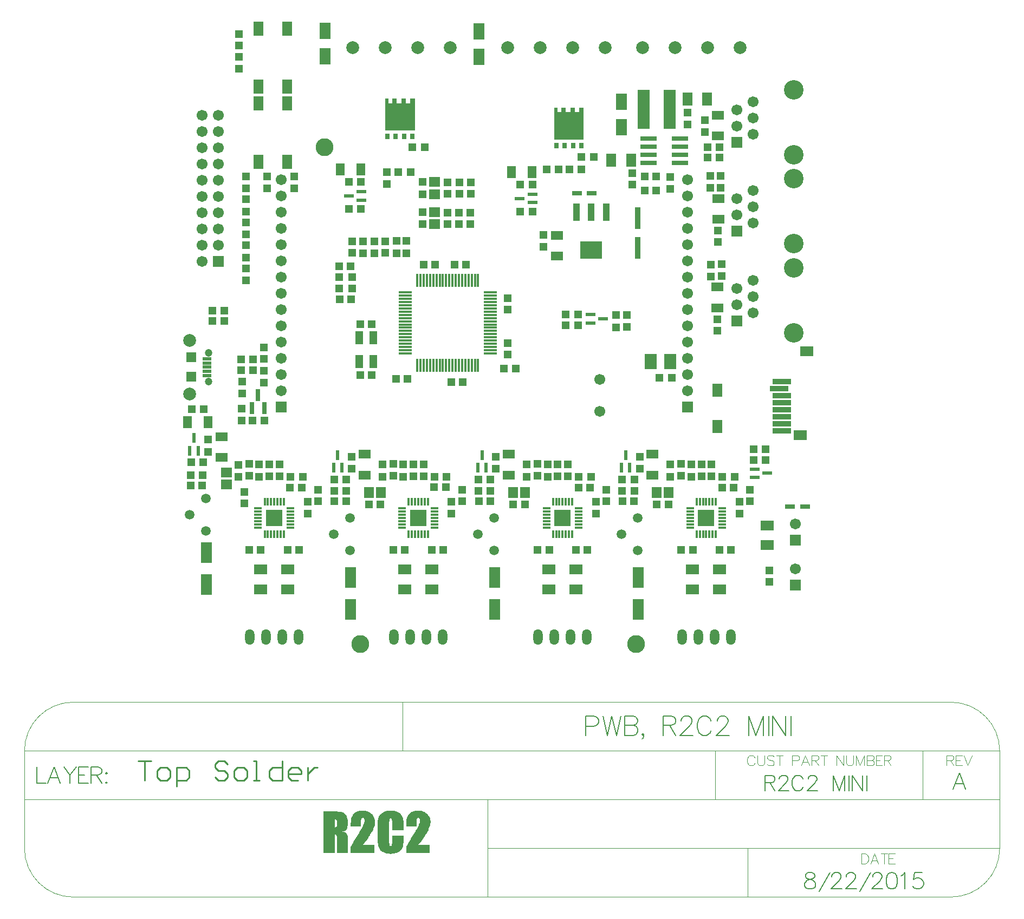
<source format=gts>
%FSLAX44Y44*%
%MOMM*%
G71*
G01*
G75*
G04 Layer_Color=8388736*
%ADD10C,0.2000*%
%ADD11R,1.5000X1.5000*%
%ADD12R,1.3500X0.4000*%
%ADD13R,1.2000X2.0000*%
%ADD14R,2.0500X0.2500*%
%ADD15R,0.2500X2.0500*%
%ADD16R,1.7500X2.2500*%
%ADD17R,1.4000X2.1000*%
%ADD18R,0.7000X0.8000*%
%ADD19C,0.1000*%
%ADD20R,1.5000X0.5000*%
%ADD21R,0.6000X1.8000*%
%ADD22R,3.3000X2.7000*%
%ADD23R,1.0000X2.7000*%
%ADD24R,2.5000X0.7000*%
%ADD25R,1.4500X0.5500*%
%ADD26R,1.7000X2.5000*%
%ADD27R,1.9000X1.5000*%
%ADD28R,1.1000X1.1000*%
%ADD29R,2.5000X2.5000*%
%ADD30R,0.2500X1.1500*%
%ADD31R,1.1500X0.2500*%
%ADD32R,1.8500X1.2500*%
%ADD33R,1.7500X6.0000*%
%ADD34R,1.2000X1.1000*%
%ADD35R,1.5000X1.9000*%
%ADD36R,1.6000X1.5000*%
%ADD37R,0.8500X3.3500*%
%ADD38R,1.6000X3.2000*%
%ADD39R,1.4000X1.9000*%
%ADD40R,1.9000X1.4000*%
%ADD41R,2.9000X0.8000*%
%ADD42R,1.1000X1.1000*%
%ADD43R,1.1000X1.2000*%
%ADD44R,1.2500X1.8500*%
%ADD45R,0.5000X1.5000*%
%ADD46R,1.5000X1.6000*%
%ADD47C,0.9000*%
%ADD48C,0.8000*%
%ADD49C,0.5000*%
%ADD50C,0.2500*%
%ADD51C,0.1500*%
%ADD52C,0.7500*%
%ADD53C,0.3000*%
%ADD54C,0.2540*%
%ADD55C,0.0254*%
%ADD56C,0.1905*%
%ADD57C,0.1194*%
%ADD58C,1.1000*%
%ADD59C,1.9000*%
%ADD60C,1.4000*%
%ADD61O,1.3500X2.3500*%
%ADD62C,1.6000*%
%ADD63C,2.9500*%
%ADD64R,1.6000X1.6000*%
%ADD65C,0.5500*%
%ADD66R,3.3000X1.1000*%
%ADD67R,9.0000X3.0000*%
%ADD68C,0.6000*%
%ADD69C,0.1778*%
%ADD70C,0.2032*%
%ADD71C,0.4000*%
%ADD72R,2.4000X0.5500*%
%ADD73R,2.4000X0.5500*%
%ADD74R,1.6016X1.6016*%
%ADD75R,1.4516X0.5016*%
%ADD76R,1.3016X2.1016*%
%ADD77R,2.1516X0.3516*%
%ADD78R,0.3516X2.1516*%
%ADD79R,1.8516X2.3516*%
%ADD80R,1.5016X2.2016*%
%ADD81R,0.8016X0.9016*%
%ADD82C,0.2016*%
%ADD83R,1.6016X0.6016*%
%ADD84R,0.7016X1.9016*%
%ADD85R,3.4016X2.8016*%
%ADD86R,1.1016X2.8016*%
%ADD87R,2.6016X0.8016*%
%ADD88R,1.5516X0.6516*%
%ADD89R,1.8016X2.6016*%
%ADD90R,2.0016X1.6016*%
%ADD91R,1.2016X1.2016*%
%ADD92R,2.6016X2.6016*%
%ADD93R,0.3516X1.2516*%
%ADD94R,1.2516X0.3516*%
%ADD95R,1.9516X1.3516*%
%ADD96R,1.8516X6.1016*%
%ADD97R,1.3016X1.2016*%
%ADD98R,1.6016X2.0016*%
%ADD99R,1.7016X1.6016*%
%ADD100R,0.9516X3.4516*%
%ADD101R,1.7016X3.3016*%
%ADD102R,1.5016X2.0016*%
%ADD103R,2.0016X1.5016*%
%ADD104R,3.0016X0.9016*%
%ADD105R,1.2016X1.2016*%
%ADD106R,1.2016X1.3016*%
%ADD107R,1.3516X1.9516*%
%ADD108R,0.6016X1.6016*%
%ADD109R,1.6016X1.7016*%
%ADD110C,2.8000*%
%ADD111C,1.2016*%
%ADD112C,2.0016*%
%ADD113C,1.5016*%
%ADD114O,1.4516X2.4516*%
%ADD115C,1.7016*%
%ADD116C,3.0516*%
%ADD117R,1.7016X1.7016*%
%ADD118C,0.1016*%
%ADD119C,0.6516*%
G36*
X1823220Y1711300D02*
X1777220D01*
Y1761300D01*
X1782220D01*
Y1754300D01*
X1788220D01*
X1788220Y1761300D01*
X1795220D01*
Y1754300D01*
X1802220Y1754300D01*
X1802220Y1761300D01*
X1809220D01*
Y1754300D01*
X1816220Y1754300D01*
Y1761300D01*
X1823220D01*
Y1711300D01*
D02*
G37*
G36*
X1559220Y1725300D02*
X1513220D01*
Y1775300D01*
X1518220D01*
Y1768300D01*
X1524220D01*
X1524220Y1775300D01*
X1531220D01*
Y1768300D01*
X1538220Y1768300D01*
X1538220Y1775300D01*
X1545220D01*
Y1768300D01*
X1552220Y1768300D01*
Y1775300D01*
X1559220D01*
Y1725300D01*
D02*
G37*
G36*
X1478806Y661497D02*
X1479639Y661404D01*
X1480565Y661312D01*
X1481676Y661219D01*
X1482787Y660941D01*
X1485194Y660386D01*
X1487694Y659460D01*
X1488898Y658905D01*
X1490009Y658257D01*
X1491120Y657516D01*
X1492138Y656590D01*
X1492231Y656497D01*
X1492323Y656405D01*
X1492601Y656127D01*
X1492971Y655757D01*
X1493342Y655201D01*
X1493712Y654646D01*
X1494175Y653998D01*
X1494731Y653257D01*
X1495656Y651405D01*
X1496397Y649369D01*
X1497045Y646962D01*
X1497138Y645665D01*
X1497230Y644277D01*
Y644184D01*
Y643999D01*
Y643721D01*
Y643258D01*
X1497138Y642795D01*
X1497045Y642147D01*
X1496860Y640666D01*
X1496582Y638907D01*
X1496027Y636870D01*
X1495379Y634740D01*
X1494453Y632426D01*
Y632333D01*
X1494268Y632148D01*
X1494082Y631778D01*
X1493805Y631130D01*
X1493434Y630389D01*
X1492879Y629463D01*
X1492231Y628352D01*
X1491398Y627056D01*
X1490472Y625482D01*
X1489361Y623631D01*
X1488065Y621686D01*
X1486491Y619372D01*
X1484824Y616872D01*
X1482972Y614095D01*
X1480843Y611039D01*
X1478436Y607706D01*
X1495842D01*
Y595300D01*
X1459271D01*
Y605392D01*
X1459364Y605484D01*
X1459456Y605670D01*
X1459642Y606040D01*
X1459919Y606503D01*
X1460290Y607058D01*
X1460753Y607799D01*
X1461215Y608540D01*
X1461771Y609465D01*
X1462975Y611502D01*
X1464363Y613724D01*
X1465845Y616224D01*
X1467419Y618816D01*
X1470566Y624186D01*
X1472140Y626778D01*
X1473622Y629278D01*
X1474918Y631593D01*
X1476121Y633629D01*
X1476584Y634555D01*
X1477047Y635389D01*
X1477417Y636037D01*
X1477695Y636685D01*
Y636777D01*
X1477788Y636963D01*
X1477973Y637240D01*
X1478158Y637703D01*
X1478621Y638722D01*
X1479176Y640018D01*
X1479732Y641499D01*
X1480195Y643073D01*
X1480565Y644554D01*
X1480658Y645851D01*
Y645943D01*
Y646221D01*
Y646684D01*
X1480565Y647147D01*
X1480380Y648258D01*
X1480195Y648721D01*
X1479917Y649184D01*
Y649276D01*
X1479825Y649369D01*
X1479454Y649739D01*
X1478806Y650017D01*
X1478343Y650202D01*
X1477695D01*
X1477140Y650017D01*
X1476492Y649739D01*
X1476121Y649369D01*
X1475844Y648998D01*
Y648906D01*
X1475751Y648813D01*
X1475658Y648443D01*
X1475566Y647980D01*
X1475381Y647332D01*
X1475288Y646406D01*
X1475195Y645295D01*
Y643999D01*
Y637148D01*
X1459271D01*
Y640295D01*
Y640388D01*
Y640573D01*
Y640851D01*
Y641221D01*
Y642147D01*
X1459364Y643443D01*
Y644740D01*
X1459549Y646221D01*
X1459642Y647610D01*
X1459827Y648813D01*
Y648998D01*
X1459919Y649369D01*
X1460104Y650017D01*
X1460382Y650757D01*
X1460753Y651776D01*
X1461215Y652794D01*
X1461864Y653905D01*
X1462604Y655109D01*
X1462697Y655294D01*
X1463067Y655664D01*
X1463530Y656220D01*
X1464178Y656868D01*
X1465104Y657701D01*
X1466122Y658442D01*
X1467233Y659275D01*
X1468530Y659923D01*
X1468715Y660016D01*
X1469178Y660201D01*
X1470011Y660479D01*
X1471029Y660756D01*
X1472325Y661034D01*
X1473807Y661312D01*
X1475381Y661497D01*
X1477232Y661590D01*
X1478158D01*
X1478806Y661497D01*
D02*
G37*
G36*
X1432700Y660293D02*
X1435107D01*
X1437792Y660108D01*
X1440477Y659923D01*
X1441773Y659830D01*
X1442884Y659738D01*
X1443902Y659553D01*
X1444828Y659368D01*
X1445013D01*
X1445569Y659183D01*
X1446310Y658905D01*
X1447328Y658442D01*
X1448439Y657794D01*
X1449643Y656868D01*
X1450846Y655850D01*
X1451957Y654461D01*
X1452050Y654276D01*
X1452235Y654090D01*
X1452420Y653720D01*
X1452605Y653350D01*
X1452883Y652794D01*
X1453068Y652146D01*
X1453346Y651498D01*
X1453624Y650665D01*
X1453901Y649832D01*
X1454087Y648813D01*
X1454272Y647702D01*
X1454457Y646499D01*
X1454642Y645202D01*
X1454735Y643814D01*
Y642332D01*
Y642240D01*
Y641962D01*
Y641592D01*
Y641129D01*
X1454642Y640481D01*
Y639740D01*
X1454457Y638166D01*
X1454179Y636407D01*
X1453809Y634648D01*
X1453346Y633074D01*
X1452976Y632333D01*
X1452605Y631778D01*
X1452513Y631685D01*
X1452235Y631315D01*
X1451679Y630852D01*
X1450939Y630389D01*
X1450013Y629834D01*
X1448809Y629371D01*
X1447328Y629093D01*
X1445569Y628908D01*
X1445754D01*
X1446310Y628815D01*
X1447143Y628723D01*
X1448069Y628537D01*
X1449087Y628260D01*
X1450198Y627797D01*
X1451124Y627241D01*
X1451957Y626501D01*
X1452050Y626408D01*
X1452235Y626130D01*
X1452605Y625667D01*
X1452976Y625205D01*
X1453716Y623816D01*
X1454087Y623168D01*
X1454272Y622427D01*
Y622334D01*
X1454364Y622057D01*
X1454457Y621501D01*
X1454550Y620575D01*
Y620020D01*
Y619372D01*
X1454642Y618539D01*
Y617705D01*
X1454735Y616687D01*
Y615576D01*
Y614280D01*
Y612891D01*
Y595300D01*
X1437699D01*
Y617242D01*
Y617335D01*
Y617427D01*
Y617983D01*
Y618816D01*
X1437607Y619742D01*
X1437514Y620760D01*
X1437422Y621686D01*
X1437236Y622427D01*
X1437051Y622982D01*
Y623075D01*
X1436959Y623168D01*
X1436774Y623353D01*
X1436496Y623538D01*
X1436125Y623723D01*
X1435663Y623816D01*
X1435107Y624001D01*
X1434366D01*
Y595300D01*
X1416220D01*
Y660386D01*
X1431589D01*
X1432700Y660293D01*
D02*
G37*
G36*
X1565464Y661497D02*
X1566297Y661404D01*
X1567223Y661312D01*
X1568334Y661219D01*
X1569445Y660941D01*
X1571852Y660386D01*
X1574352Y659460D01*
X1575555Y658905D01*
X1576666Y658257D01*
X1577777Y657516D01*
X1578796Y656590D01*
X1578888Y656497D01*
X1578981Y656405D01*
X1579259Y656127D01*
X1579629Y655757D01*
X1579999Y655201D01*
X1580370Y654646D01*
X1580833Y653998D01*
X1581388Y653257D01*
X1582314Y651405D01*
X1583055Y649369D01*
X1583703Y646962D01*
X1583795Y645665D01*
X1583888Y644277D01*
Y644184D01*
Y643999D01*
Y643721D01*
Y643258D01*
X1583795Y642795D01*
X1583703Y642147D01*
X1583518Y640666D01*
X1583240Y638907D01*
X1582684Y636870D01*
X1582036Y634740D01*
X1581110Y632426D01*
Y632333D01*
X1580925Y632148D01*
X1580740Y631778D01*
X1580462Y631130D01*
X1580092Y630389D01*
X1579536Y629463D01*
X1578888Y628352D01*
X1578055Y627056D01*
X1577129Y625482D01*
X1576018Y623631D01*
X1574722Y621686D01*
X1573148Y619372D01*
X1571482Y616872D01*
X1569630Y614095D01*
X1567501Y611039D01*
X1565094Y607706D01*
X1582499D01*
Y595300D01*
X1545929D01*
Y605392D01*
X1546022Y605484D01*
X1546114Y605670D01*
X1546299Y606040D01*
X1546577Y606503D01*
X1546947Y607058D01*
X1547410Y607799D01*
X1547873Y608540D01*
X1548429Y609465D01*
X1549632Y611502D01*
X1551021Y613724D01*
X1552502Y616224D01*
X1554076Y618816D01*
X1557224Y624186D01*
X1558798Y626778D01*
X1560279Y629278D01*
X1561575Y631593D01*
X1562779Y633629D01*
X1563242Y634555D01*
X1563705Y635389D01*
X1564075Y636037D01*
X1564353Y636685D01*
Y636777D01*
X1564445Y636963D01*
X1564631Y637240D01*
X1564816Y637703D01*
X1565279Y638722D01*
X1565834Y640018D01*
X1566390Y641499D01*
X1566853Y643073D01*
X1567223Y644554D01*
X1567316Y645851D01*
Y645943D01*
Y646221D01*
Y646684D01*
X1567223Y647147D01*
X1567038Y648258D01*
X1566853Y648721D01*
X1566575Y649184D01*
Y649276D01*
X1566482Y649369D01*
X1566112Y649739D01*
X1565464Y650017D01*
X1565001Y650202D01*
X1564353D01*
X1563797Y650017D01*
X1563149Y649739D01*
X1562779Y649369D01*
X1562501Y648998D01*
Y648906D01*
X1562409Y648813D01*
X1562316Y648443D01*
X1562224Y647980D01*
X1562038Y647332D01*
X1561946Y646406D01*
X1561853Y645295D01*
Y643999D01*
Y637148D01*
X1545929D01*
Y640295D01*
Y640388D01*
Y640573D01*
Y640851D01*
Y641221D01*
Y642147D01*
X1546022Y643443D01*
Y644740D01*
X1546207Y646221D01*
X1546299Y647610D01*
X1546484Y648813D01*
Y648998D01*
X1546577Y649369D01*
X1546762Y650017D01*
X1547040Y650757D01*
X1547410Y651776D01*
X1547873Y652794D01*
X1548521Y653905D01*
X1549262Y655109D01*
X1549355Y655294D01*
X1549725Y655664D01*
X1550188Y656220D01*
X1550836Y656868D01*
X1551762Y657701D01*
X1552780Y658442D01*
X1553891Y659275D01*
X1555187Y659923D01*
X1555372Y660016D01*
X1555835Y660201D01*
X1556669Y660479D01*
X1557687Y660756D01*
X1558983Y661034D01*
X1560464Y661312D01*
X1562038Y661497D01*
X1563890Y661590D01*
X1564816D01*
X1565464Y661497D01*
D02*
G37*
G36*
X1523154Y661682D02*
X1523987Y661590D01*
X1525653Y661404D01*
X1527690Y661034D01*
X1529727Y660571D01*
X1531856Y659830D01*
X1533801Y658812D01*
X1533893D01*
X1533986Y658719D01*
X1534634Y658257D01*
X1535467Y657608D01*
X1536485Y656775D01*
X1537596Y655664D01*
X1538707Y654461D01*
X1539633Y652979D01*
X1540374Y651405D01*
Y651313D01*
X1540466Y651220D01*
X1540559Y650943D01*
X1540652Y650572D01*
X1540744Y650109D01*
X1540837Y649554D01*
X1541022Y648906D01*
X1541207Y648073D01*
X1541300Y647239D01*
X1541485Y646221D01*
X1541577Y645110D01*
X1541670Y643906D01*
X1541763Y642610D01*
X1541855Y641221D01*
X1541948Y639740D01*
Y638074D01*
Y631222D01*
X1523802D01*
Y643073D01*
Y643166D01*
Y643258D01*
Y643814D01*
Y644554D01*
X1523709Y645480D01*
Y646406D01*
X1523616Y647332D01*
X1523524Y648073D01*
X1523339Y648535D01*
X1523246Y648721D01*
X1522968Y648998D01*
X1522505Y649276D01*
X1521672Y649461D01*
X1521394D01*
X1520839Y649369D01*
X1520191Y648998D01*
X1519913Y648721D01*
X1519728Y648350D01*
Y648258D01*
X1519635Y648073D01*
Y647795D01*
X1519543Y647239D01*
X1519450Y646406D01*
Y645388D01*
X1519358Y644091D01*
Y642517D01*
Y612984D01*
Y612891D01*
Y612798D01*
Y612243D01*
Y611502D01*
X1519450Y610576D01*
Y609650D01*
X1519543Y608725D01*
X1519635Y607892D01*
X1519728Y607336D01*
X1519821Y607151D01*
X1520098Y606873D01*
X1520746Y606503D01*
X1521117Y606410D01*
X1521580Y606318D01*
X1521765D01*
X1522320Y606503D01*
X1522876Y606781D01*
X1523154Y607058D01*
X1523339Y607429D01*
Y607521D01*
X1523431Y607706D01*
X1523524Y608077D01*
X1523616Y608632D01*
Y609465D01*
X1523709Y610484D01*
X1523802Y611872D01*
Y612706D01*
Y613632D01*
Y622427D01*
X1541948D01*
Y619187D01*
Y619094D01*
Y618724D01*
Y618261D01*
Y617520D01*
Y616779D01*
X1541855Y615761D01*
Y614743D01*
X1541763Y613632D01*
X1541577Y611317D01*
X1541300Y608910D01*
X1540929Y606688D01*
X1540744Y605762D01*
X1540466Y604836D01*
Y604744D01*
X1540374Y604651D01*
X1540189Y604096D01*
X1539726Y603262D01*
X1539078Y602244D01*
X1538244Y601040D01*
X1537133Y599837D01*
X1535745Y598541D01*
X1533986Y597244D01*
X1533893D01*
X1533801Y597152D01*
X1533523Y596967D01*
X1533060Y596782D01*
X1532597Y596504D01*
X1532041Y596226D01*
X1531393Y595948D01*
X1530560Y595671D01*
X1528801Y595022D01*
X1526764Y594560D01*
X1524357Y594189D01*
X1521765Y594004D01*
X1520561D01*
X1519913Y594097D01*
X1519172Y594189D01*
X1517413Y594374D01*
X1515376Y594652D01*
X1513340Y595115D01*
X1511210Y595763D01*
X1509266Y596689D01*
X1509173D01*
X1509081Y596782D01*
X1508433Y597244D01*
X1507599Y597800D01*
X1506581Y598726D01*
X1505563Y599744D01*
X1504452Y601040D01*
X1503526Y602614D01*
X1502785Y604281D01*
Y604373D01*
X1502693Y604558D01*
X1502600Y604836D01*
X1502507Y605207D01*
X1502415Y605670D01*
X1502322Y606318D01*
X1502137Y607058D01*
X1502045Y607892D01*
X1501859Y608910D01*
X1501674Y609928D01*
X1501582Y611132D01*
X1501489Y612428D01*
X1501396Y613817D01*
X1501304Y615391D01*
X1501211Y616965D01*
Y618724D01*
Y637240D01*
Y637333D01*
Y637518D01*
Y637888D01*
Y638351D01*
Y638999D01*
Y639647D01*
X1501304Y641129D01*
Y642888D01*
X1501396Y644554D01*
X1501489Y646221D01*
X1501674Y647702D01*
Y647887D01*
X1501767Y648350D01*
X1501952Y648998D01*
X1502230Y649924D01*
X1502600Y650943D01*
X1503063Y652054D01*
X1503711Y653350D01*
X1504544Y654553D01*
X1504637Y654738D01*
X1505007Y655109D01*
X1505563Y655757D01*
X1506303Y656497D01*
X1507322Y657331D01*
X1508525Y658164D01*
X1509821Y659090D01*
X1511395Y659830D01*
X1511488D01*
X1511581Y659923D01*
X1511858Y660016D01*
X1512136Y660108D01*
X1513062Y660479D01*
X1514265Y660849D01*
X1515747Y661127D01*
X1517413Y661497D01*
X1519265Y661682D01*
X1521302Y661775D01*
X1522598D01*
X1523154Y661682D01*
D02*
G37*
%LPC*%
G36*
X1434366Y647980D02*
Y635481D01*
X1434922D01*
X1435292Y635574D01*
X1436033Y635759D01*
X1436774Y636037D01*
X1436959Y636222D01*
X1437051Y636407D01*
X1437236Y636777D01*
X1437422Y637333D01*
X1437514Y638074D01*
X1437699Y639092D01*
Y640388D01*
Y643906D01*
Y643999D01*
Y644369D01*
Y644740D01*
X1437607Y645295D01*
X1437329Y646406D01*
X1437144Y646869D01*
X1436866Y647239D01*
X1436681Y647332D01*
X1436218Y647610D01*
X1435477Y647887D01*
X1434366Y647980D01*
D02*
G37*
%LPD*%
D54*
X1126970Y739041D02*
X1146964D01*
X1136967D01*
Y709050D01*
X1161959D02*
X1171955D01*
X1176954Y714049D01*
Y724045D01*
X1171955Y729044D01*
X1161959D01*
X1156960Y724045D01*
Y714049D01*
X1161959Y709050D01*
X1186951Y699053D02*
Y729044D01*
X1201946D01*
X1206944Y724045D01*
Y714049D01*
X1201946Y709050D01*
X1186951D01*
X1266925Y734042D02*
X1261926Y739041D01*
X1251930D01*
X1246931Y734042D01*
Y729044D01*
X1251930Y724045D01*
X1261926D01*
X1266925Y719047D01*
Y714049D01*
X1261926Y709050D01*
X1251930D01*
X1246931Y714049D01*
X1281920Y709050D02*
X1291917D01*
X1296915Y714049D01*
Y724045D01*
X1291917Y729044D01*
X1281920D01*
X1276922Y724045D01*
Y714049D01*
X1281920Y709050D01*
X1306912D02*
X1316909D01*
X1311910D01*
Y739041D01*
X1306912D01*
X1351897D02*
Y709050D01*
X1336902D01*
X1331904Y714049D01*
Y724045D01*
X1336902Y729044D01*
X1351897D01*
X1376889Y709050D02*
X1366892D01*
X1361894Y714049D01*
Y724045D01*
X1366892Y729044D01*
X1376889D01*
X1381888Y724045D01*
Y719047D01*
X1361894D01*
X1391884Y729044D02*
Y709050D01*
Y719047D01*
X1396883Y724045D01*
X1401881Y729044D01*
X1406879D01*
D55*
X949335Y602598D02*
G03*
X1025535Y526398I76200J0D01*
G01*
Y831198D02*
G03*
X949335Y754998I0J-76200D01*
G01*
X2473335D02*
G03*
X2397135Y831198I-76200J0D01*
G01*
Y526398D02*
G03*
X2473335Y602598I0J76200D01*
G01*
X949335D02*
G03*
X1025535Y526398I76200J0D01*
G01*
Y831198D02*
G03*
X949335Y754998I0J-76200D01*
G01*
X2473335D02*
G03*
X2397135Y831198I-76200J0D01*
G01*
Y526398D02*
G03*
X2473335Y602598I0J76200D01*
G01*
X1673235Y526398D02*
Y678798D01*
X949334D02*
X2473335D01*
X949334Y602598D02*
Y754998D01*
X1025535Y831198D02*
X2397135D01*
X2473335Y602598D02*
Y754998D01*
X1025535Y526398D02*
X2397135D01*
X1673235Y602598D02*
X2473335D01*
X2079635Y526398D02*
Y602598D01*
X949334Y754998D02*
X2473335D01*
X1539884D02*
Y831198D01*
X2028835Y678798D02*
Y754998D01*
X2352684Y678798D02*
Y754998D01*
X1673235Y526398D02*
Y678798D01*
X949334D02*
X2473335D01*
X949334Y602598D02*
Y754998D01*
X1025535Y831198D02*
X2397135D01*
X2473335Y602598D02*
Y754998D01*
X1025535Y526398D02*
X2397135D01*
X1673235Y602598D02*
X2473335D01*
X2079635Y526398D02*
Y602598D01*
X949334Y754998D02*
X2473335D01*
X1539884D02*
Y831198D01*
X2028835Y678798D02*
Y754998D01*
X2352684Y678798D02*
Y754998D01*
D56*
X2106220Y716795D02*
Y692800D01*
Y716795D02*
X2116504D01*
X2119931Y715652D01*
X2121074Y714510D01*
X2122217Y712225D01*
Y709939D01*
X2121074Y707654D01*
X2119931Y706512D01*
X2116504Y705369D01*
X2106220D01*
X2114218D02*
X2122217Y692800D01*
X2128730Y711082D02*
Y712225D01*
X2129872Y714510D01*
X2131015Y715652D01*
X2133300Y716795D01*
X2137870D01*
X2140156Y715652D01*
X2141298Y714510D01*
X2142441Y712225D01*
Y709939D01*
X2141298Y707654D01*
X2139013Y704226D01*
X2127587Y692800D01*
X2143584D01*
X2166093Y711082D02*
X2164950Y713367D01*
X2162665Y715652D01*
X2160380Y716795D01*
X2155809D01*
X2153524Y715652D01*
X2151239Y713367D01*
X2150096Y711082D01*
X2148954Y707654D01*
Y701941D01*
X2150096Y698513D01*
X2151239Y696228D01*
X2153524Y693943D01*
X2155809Y692800D01*
X2160380D01*
X2162665Y693943D01*
X2164950Y696228D01*
X2166093Y698513D01*
X2173977Y711082D02*
Y712225D01*
X2175120Y714510D01*
X2176262Y715652D01*
X2178548Y716795D01*
X2183118D01*
X2185403Y715652D01*
X2186546Y714510D01*
X2187688Y712225D01*
Y709939D01*
X2186546Y707654D01*
X2184261Y704226D01*
X2172834Y692800D01*
X2188831D01*
X2213054Y716795D02*
Y692800D01*
Y716795D02*
X2222195Y692800D01*
X2231336Y716795D02*
X2222195Y692800D01*
X2231336Y716795D02*
Y692800D01*
X2238192Y716795D02*
Y692800D01*
X2243219Y716795D02*
Y692800D01*
Y716795D02*
X2259216Y692800D01*
Y716795D02*
Y692800D01*
X2265843Y716795D02*
Y692800D01*
X1826315Y793694D02*
X1839169D01*
X1843454Y795122D01*
X1844882Y796550D01*
X1846310Y799407D01*
Y803691D01*
X1844882Y806548D01*
X1843454Y807976D01*
X1839169Y809405D01*
X1826315D01*
Y779411D01*
X1853023Y809405D02*
X1860164Y779411D01*
X1867306Y809405D02*
X1860164Y779411D01*
X1867306Y809405D02*
X1874447Y779411D01*
X1881588Y809405D02*
X1874447Y779411D01*
X1887587Y809405D02*
Y779411D01*
Y809405D02*
X1900441D01*
X1904726Y807976D01*
X1906155Y806548D01*
X1907583Y803691D01*
Y800835D01*
X1906155Y797979D01*
X1904726Y796550D01*
X1900441Y795122D01*
X1887587D02*
X1900441D01*
X1904726Y793694D01*
X1906155Y792265D01*
X1907583Y789409D01*
Y785124D01*
X1906155Y782268D01*
X1904726Y780839D01*
X1900441Y779411D01*
X1887587D01*
X1917152Y780839D02*
X1915724Y779411D01*
X1914296Y780839D01*
X1915724Y782268D01*
X1917152Y780839D01*
Y777983D01*
X1915724Y775126D01*
X1914296Y773698D01*
X1947289Y809405D02*
Y779411D01*
Y809405D02*
X1960143D01*
X1964428Y807976D01*
X1965856Y806548D01*
X1967284Y803691D01*
Y800835D01*
X1965856Y797979D01*
X1964428Y796550D01*
X1960143Y795122D01*
X1947289D01*
X1957287D02*
X1967284Y779411D01*
X1975426Y802263D02*
Y803691D01*
X1976854Y806548D01*
X1978282Y807976D01*
X1981138Y809405D01*
X1986852D01*
X1989708Y807976D01*
X1991136Y806548D01*
X1992565Y803691D01*
Y800835D01*
X1991136Y797979D01*
X1988280Y793694D01*
X1973997Y779411D01*
X1993993D01*
X2022130Y802263D02*
X2020701Y805120D01*
X2017845Y807976D01*
X2014988Y809405D01*
X2009275D01*
X2006419Y807976D01*
X2003562Y805120D01*
X2002134Y802263D01*
X2000706Y797979D01*
Y790837D01*
X2002134Y786552D01*
X2003562Y783696D01*
X2006419Y780839D01*
X2009275Y779411D01*
X2014988D01*
X2017845Y780839D01*
X2020701Y783696D01*
X2022130Y786552D01*
X2031985Y802263D02*
Y803691D01*
X2033413Y806548D01*
X2034841Y807976D01*
X2037698Y809405D01*
X2043411D01*
X2046267Y807976D01*
X2047696Y806548D01*
X2049124Y803691D01*
Y800835D01*
X2047696Y797979D01*
X2044839Y793694D01*
X2030556Y779411D01*
X2050552D01*
X2080831Y809405D02*
Y779411D01*
Y809405D02*
X2092258Y779411D01*
X2103684Y809405D02*
X2092258Y779411D01*
X2103684Y809405D02*
Y779411D01*
X2112253Y809405D02*
Y779411D01*
X2118538Y809405D02*
Y779411D01*
Y809405D02*
X2138533Y779411D01*
Y809405D02*
Y779411D01*
X2146817Y809405D02*
Y779411D01*
X2420039Y695011D02*
X2410365Y720406D01*
X2400691Y695011D01*
X2404318Y703476D02*
X2416411D01*
X2174581Y564493D02*
X2170953Y563284D01*
X2169744Y560865D01*
Y558447D01*
X2170953Y556028D01*
X2173372Y554819D01*
X2178209Y553609D01*
X2181837Y552400D01*
X2184255Y549982D01*
X2185464Y547563D01*
Y543935D01*
X2184255Y541517D01*
X2183046Y540308D01*
X2179418Y539098D01*
X2174581D01*
X2170953Y540308D01*
X2169744Y541517D01*
X2168535Y543935D01*
Y547563D01*
X2169744Y549982D01*
X2172162Y552400D01*
X2175790Y553609D01*
X2180627Y554819D01*
X2183046Y556028D01*
X2184255Y558447D01*
Y560865D01*
X2183046Y563284D01*
X2179418Y564493D01*
X2174581D01*
X2191148Y535470D02*
X2208078Y564493D01*
X2210980Y558447D02*
Y559656D01*
X2212189Y562074D01*
X2213398Y563284D01*
X2215817Y564493D01*
X2220654D01*
X2223072Y563284D01*
X2224282Y562074D01*
X2225491Y559656D01*
Y557237D01*
X2224282Y554819D01*
X2221863Y551191D01*
X2209771Y539098D01*
X2226700D01*
X2233593Y558447D02*
Y559656D01*
X2234802Y562074D01*
X2236012Y563284D01*
X2238430Y564493D01*
X2243267D01*
X2245686Y563284D01*
X2246895Y562074D01*
X2248104Y559656D01*
Y557237D01*
X2246895Y554819D01*
X2244476Y551191D01*
X2232384Y539098D01*
X2249314D01*
X2254997Y535470D02*
X2271927Y564493D01*
X2274829Y558447D02*
Y559656D01*
X2276038Y562074D01*
X2277247Y563284D01*
X2279666Y564493D01*
X2284503D01*
X2286922Y563284D01*
X2288131Y562074D01*
X2289340Y559656D01*
Y557237D01*
X2288131Y554819D01*
X2285712Y551191D01*
X2273620Y539098D01*
X2290549D01*
X2303488Y564493D02*
X2299861Y563284D01*
X2297442Y559656D01*
X2296233Y553609D01*
Y549982D01*
X2297442Y543935D01*
X2299861Y540308D01*
X2303488Y539098D01*
X2305907D01*
X2309535Y540308D01*
X2311953Y543935D01*
X2313163Y549982D01*
Y553609D01*
X2311953Y559656D01*
X2309535Y563284D01*
X2305907Y564493D01*
X2303488D01*
X2318846Y559656D02*
X2321265Y560865D01*
X2324892Y564493D01*
Y539098D01*
X2351980Y564493D02*
X2339887D01*
X2338678Y553609D01*
X2339887Y554819D01*
X2343515Y556028D01*
X2347143D01*
X2350771Y554819D01*
X2353189Y552400D01*
X2354398Y548772D01*
Y546354D01*
X2353189Y542726D01*
X2350771Y540308D01*
X2347143Y539098D01*
X2343515D01*
X2339887Y540308D01*
X2338678Y541517D01*
X2337469Y543935D01*
X968385Y729593D02*
Y704198D01*
X982896D01*
X1005025D02*
X995351Y729593D01*
X985677Y704198D01*
X989305Y712663D02*
X1001397D01*
X1010951Y729593D02*
X1020625Y717500D01*
Y704198D01*
X1030299Y729593D02*
X1020625Y717500D01*
X1049284Y729593D02*
X1033564D01*
Y704198D01*
X1049284D01*
X1033564Y717500D02*
X1043238D01*
X1053517Y729593D02*
Y704198D01*
Y729593D02*
X1064400D01*
X1068028Y728383D01*
X1069237Y727174D01*
X1070447Y724756D01*
Y722337D01*
X1069237Y719919D01*
X1068028Y718709D01*
X1064400Y717500D01*
X1053517D01*
X1061982D02*
X1070447Y704198D01*
X1077339Y721128D02*
X1076130Y719919D01*
X1077339Y718709D01*
X1078549Y719919D01*
X1077339Y721128D01*
Y706617D02*
X1076130Y705407D01*
X1077339Y704198D01*
X1078549Y705407D01*
X1077339Y706617D01*
D57*
X2090264Y744326D02*
X2089502Y745849D01*
X2087979Y747373D01*
X2086455Y748134D01*
X2083408D01*
X2081885Y747373D01*
X2080361Y745849D01*
X2079600Y744326D01*
X2078838Y742040D01*
Y738232D01*
X2079600Y735947D01*
X2080361Y734423D01*
X2081885Y732900D01*
X2083408Y732138D01*
X2086455D01*
X2087979Y732900D01*
X2089502Y734423D01*
X2090264Y735947D01*
X2094758Y748134D02*
Y736709D01*
X2095520Y734423D01*
X2097043Y732900D01*
X2099328Y732138D01*
X2100852D01*
X2103137Y732900D01*
X2104660Y734423D01*
X2105422Y736709D01*
Y748134D01*
X2120504Y745849D02*
X2118981Y747373D01*
X2116695Y748134D01*
X2113649D01*
X2111363Y747373D01*
X2109840Y745849D01*
Y744326D01*
X2110602Y742802D01*
X2111363Y742040D01*
X2112887Y741279D01*
X2117457Y739755D01*
X2118981Y738994D01*
X2119742Y738232D01*
X2120504Y736709D01*
Y734423D01*
X2118981Y732900D01*
X2116695Y732138D01*
X2113649D01*
X2111363Y732900D01*
X2109840Y734423D01*
X2129416Y748134D02*
Y732138D01*
X2124084Y748134D02*
X2134748D01*
X2149221Y739755D02*
X2156076D01*
X2158361Y740517D01*
X2159123Y741279D01*
X2159885Y742802D01*
Y745087D01*
X2159123Y746611D01*
X2158361Y747373D01*
X2156076Y748134D01*
X2149221D01*
Y732138D01*
X2175652D02*
X2169558Y748134D01*
X2163465Y732138D01*
X2165750Y737470D02*
X2173367D01*
X2179384Y748134D02*
Y732138D01*
Y748134D02*
X2186240D01*
X2188525Y747373D01*
X2189287Y746611D01*
X2190049Y745087D01*
Y743564D01*
X2189287Y742040D01*
X2188525Y741279D01*
X2186240Y740517D01*
X2179384D01*
X2184716D02*
X2190049Y732138D01*
X2198961Y748134D02*
Y732138D01*
X2193629Y748134D02*
X2204293D01*
X2218765D02*
Y732138D01*
Y748134D02*
X2229429Y732138D01*
Y748134D02*
Y732138D01*
X2233847Y748134D02*
Y736709D01*
X2234609Y734423D01*
X2236132Y732900D01*
X2238418Y732138D01*
X2239941D01*
X2242226Y732900D01*
X2243750Y734423D01*
X2244511Y736709D01*
Y748134D01*
X2248929D02*
Y732138D01*
Y748134D02*
X2255023Y732138D01*
X2261117Y748134D02*
X2255023Y732138D01*
X2261117Y748134D02*
Y732138D01*
X2265687Y748134D02*
Y732138D01*
Y748134D02*
X2272542D01*
X2274828Y747373D01*
X2275589Y746611D01*
X2276351Y745087D01*
Y743564D01*
X2275589Y742040D01*
X2274828Y741279D01*
X2272542Y740517D01*
X2265687D02*
X2272542D01*
X2274828Y739755D01*
X2275589Y738994D01*
X2276351Y737470D01*
Y735185D01*
X2275589Y733662D01*
X2274828Y732900D01*
X2272542Y732138D01*
X2265687D01*
X2289833Y748134D02*
X2279931D01*
Y732138D01*
X2289833D01*
X2279931Y740517D02*
X2286025D01*
X2292499Y748134D02*
Y732138D01*
Y748134D02*
X2299355D01*
X2301640Y747373D01*
X2302402Y746611D01*
X2303163Y745087D01*
Y743564D01*
X2302402Y742040D01*
X2301640Y741279D01*
X2299355Y740517D01*
X2292499D01*
X2297831D02*
X2303163Y732138D01*
X2390635Y748134D02*
Y732138D01*
Y748134D02*
X2397491D01*
X2399776Y747373D01*
X2400538Y746611D01*
X2401299Y745087D01*
Y743564D01*
X2400538Y742040D01*
X2399776Y741279D01*
X2397491Y740517D01*
X2390635D01*
X2395967D02*
X2401299Y732138D01*
X2414782Y748134D02*
X2404879D01*
Y732138D01*
X2414782D01*
X2404879Y740517D02*
X2410973D01*
X2417448Y748134D02*
X2423541Y732138D01*
X2429635Y748134D02*
X2423541Y732138D01*
X2257236Y594464D02*
Y578468D01*
Y594464D02*
X2262567D01*
X2264853Y593703D01*
X2266376Y592179D01*
X2267138Y590656D01*
X2267899Y588371D01*
Y584562D01*
X2267138Y582277D01*
X2266376Y580753D01*
X2264853Y579230D01*
X2262567Y578468D01*
X2257236D01*
X2283667D02*
X2277573Y594464D01*
X2271480Y578468D01*
X2273765Y583800D02*
X2281382D01*
X2292731Y594464D02*
Y578468D01*
X2287399Y594464D02*
X2298063D01*
X2309870D02*
X2299968D01*
Y578468D01*
X2309870D01*
X2299968Y586847D02*
X2306061D01*
D74*
X1209902Y1340060D02*
D03*
Y1370540D02*
D03*
D75*
X1234362Y1342300D02*
D03*
Y1348800D02*
D03*
Y1355300D02*
D03*
Y1361800D02*
D03*
Y1368300D02*
D03*
D76*
X1472220Y1363986D02*
D03*
Y1400986D02*
D03*
X1494220D02*
D03*
Y1363986D02*
D03*
D77*
X1544471Y1472050D02*
D03*
Y1467050D02*
D03*
Y1462050D02*
D03*
Y1457050D02*
D03*
Y1452050D02*
D03*
Y1447050D02*
D03*
Y1442050D02*
D03*
Y1437050D02*
D03*
Y1432050D02*
D03*
Y1427050D02*
D03*
Y1422050D02*
D03*
Y1417050D02*
D03*
Y1412050D02*
D03*
Y1407050D02*
D03*
Y1402050D02*
D03*
Y1397050D02*
D03*
Y1392050D02*
D03*
Y1387050D02*
D03*
Y1382050D02*
D03*
Y1377050D02*
D03*
X1676971D02*
D03*
Y1382050D02*
D03*
Y1387050D02*
D03*
Y1392050D02*
D03*
Y1397050D02*
D03*
Y1402050D02*
D03*
Y1407050D02*
D03*
Y1412050D02*
D03*
Y1417050D02*
D03*
Y1422050D02*
D03*
Y1427050D02*
D03*
Y1432050D02*
D03*
Y1437050D02*
D03*
Y1442050D02*
D03*
Y1447050D02*
D03*
Y1452050D02*
D03*
Y1457050D02*
D03*
Y1462050D02*
D03*
Y1467050D02*
D03*
Y1472050D02*
D03*
D78*
X1563220Y1358300D02*
D03*
X1568221D02*
D03*
X1573220D02*
D03*
X1578221D02*
D03*
X1583221D02*
D03*
X1588220D02*
D03*
X1593221D02*
D03*
X1598220D02*
D03*
X1603221D02*
D03*
X1608220D02*
D03*
X1613221D02*
D03*
X1618220D02*
D03*
X1623221D02*
D03*
X1628220D02*
D03*
X1633221D02*
D03*
X1638220D02*
D03*
X1643221D02*
D03*
X1648220D02*
D03*
X1653221D02*
D03*
X1658220D02*
D03*
Y1490800D02*
D03*
X1653221D02*
D03*
X1648220D02*
D03*
X1643221D02*
D03*
X1638220D02*
D03*
X1633221D02*
D03*
X1628220D02*
D03*
X1623221D02*
D03*
X1618220D02*
D03*
X1613221D02*
D03*
X1608220D02*
D03*
X1603221D02*
D03*
X1598220D02*
D03*
X1593221D02*
D03*
X1588220D02*
D03*
X1583221D02*
D03*
X1578221D02*
D03*
X1573220D02*
D03*
X1568221D02*
D03*
X1563220D02*
D03*
D79*
X1928244Y1363776D02*
D03*
X1958244D02*
D03*
D80*
X1314720Y1676800D02*
D03*
X1359720D02*
D03*
X1314720Y1767800D02*
D03*
X1359720D02*
D03*
Y1884800D02*
D03*
X1314720D02*
D03*
X1359720Y1793800D02*
D03*
X1314720D02*
D03*
D81*
X1529420Y1716250D02*
D03*
X1516720D02*
D03*
X1543020D02*
D03*
X1555720D02*
D03*
X1793420Y1702250D02*
D03*
X1780720D02*
D03*
X1807020D02*
D03*
X1819720D02*
D03*
D82*
X1536220Y1750300D02*
D03*
X1800220Y1736300D02*
D03*
D83*
X1743470Y1612800D02*
D03*
Y1625800D02*
D03*
X1723470Y1619300D02*
D03*
X1833720Y1437550D02*
D03*
Y1424550D02*
D03*
X1853720Y1431050D02*
D03*
X2090220Y1195800D02*
D03*
Y1182800D02*
D03*
X2110220Y1189300D02*
D03*
X1475970Y1616800D02*
D03*
Y1629800D02*
D03*
X1455970Y1623300D02*
D03*
D84*
X1304862Y1291550D02*
D03*
X1323862D02*
D03*
X1314362Y1311550D02*
D03*
D85*
X1835220Y1538800D02*
D03*
D86*
X1812220Y1597800D02*
D03*
X1835220D02*
D03*
X1858220D02*
D03*
D87*
X1973720Y1674900D02*
D03*
Y1687600D02*
D03*
Y1700300D02*
D03*
Y1713000D02*
D03*
X1924720Y1674900D02*
D03*
Y1687600D02*
D03*
Y1700300D02*
D03*
Y1713000D02*
D03*
D88*
X1812470Y1627300D02*
D03*
X1835970D02*
D03*
X2145470Y1137300D02*
D03*
X2168970D02*
D03*
D89*
X1881970Y1730301D02*
D03*
Y1770301D02*
D03*
X1419470Y1881300D02*
D03*
Y1841300D02*
D03*
X1659970Y1880550D02*
D03*
Y1840550D02*
D03*
D90*
X1993419Y1038800D02*
D03*
Y1007800D02*
D03*
X1543519Y1038799D02*
D03*
Y1007800D02*
D03*
X1585519Y1038799D02*
D03*
Y1007800D02*
D03*
X1318469Y1038799D02*
D03*
Y1007800D02*
D03*
X1360469Y1038799D02*
D03*
Y1007800D02*
D03*
X1810970Y1038800D02*
D03*
Y1007800D02*
D03*
X1768970Y1038800D02*
D03*
Y1007800D02*
D03*
X2035419Y1038800D02*
D03*
Y1007800D02*
D03*
X2110220Y1076800D02*
D03*
Y1107800D02*
D03*
D91*
X1515220Y1641550D02*
D03*
Y1660550D02*
D03*
X1760720Y1562300D02*
D03*
Y1543300D02*
D03*
X2039220Y1497800D02*
D03*
Y1516800D02*
D03*
X2022220Y1496800D02*
D03*
Y1515800D02*
D03*
X1348220Y1184380D02*
D03*
Y1203379D02*
D03*
X1798720Y1184380D02*
D03*
Y1203379D02*
D03*
X1782720Y1184380D02*
D03*
Y1203379D02*
D03*
X1766720Y1184130D02*
D03*
Y1203129D02*
D03*
X1571220Y1597800D02*
D03*
Y1578800D02*
D03*
X2021220Y1635800D02*
D03*
Y1654800D02*
D03*
X1530470Y1552800D02*
D03*
Y1533800D02*
D03*
X2037220Y1635800D02*
D03*
Y1654800D02*
D03*
X1371220Y1653800D02*
D03*
Y1634800D02*
D03*
X1546470Y1552800D02*
D03*
Y1533800D02*
D03*
X1571220Y1644800D02*
D03*
Y1625800D02*
D03*
X1873720Y1417550D02*
D03*
Y1436550D02*
D03*
X1975670Y1204129D02*
D03*
Y1185130D02*
D03*
X1751220Y1204129D02*
D03*
Y1185129D02*
D03*
X1289362Y1332800D02*
D03*
Y1313800D02*
D03*
X1295220Y1634800D02*
D03*
Y1653800D02*
D03*
Y1598800D02*
D03*
Y1617800D02*
D03*
Y1562800D02*
D03*
Y1581800D02*
D03*
X1288612Y1290800D02*
D03*
Y1271800D02*
D03*
X1295220Y1526800D02*
D03*
Y1545800D02*
D03*
Y1490800D02*
D03*
Y1509800D02*
D03*
X1284720Y1840800D02*
D03*
Y1821800D02*
D03*
X1958670Y1183880D02*
D03*
Y1202879D02*
D03*
X1991170Y1184130D02*
D03*
Y1203129D02*
D03*
X2007170Y1184380D02*
D03*
Y1203379D02*
D03*
X2023170Y1184380D02*
D03*
Y1203379D02*
D03*
X1734220Y1183880D02*
D03*
Y1202879D02*
D03*
X1525770Y1204129D02*
D03*
Y1185130D02*
D03*
X1300720Y1204129D02*
D03*
Y1185129D02*
D03*
X1508770Y1183880D02*
D03*
Y1202879D02*
D03*
X1541270Y1184130D02*
D03*
Y1203130D02*
D03*
X1557220Y1184380D02*
D03*
Y1203379D02*
D03*
X1573270Y1184380D02*
D03*
Y1203380D02*
D03*
X1283720Y1183800D02*
D03*
Y1202800D02*
D03*
X1316220Y1184130D02*
D03*
Y1203129D02*
D03*
X1332220Y1184380D02*
D03*
Y1203379D02*
D03*
X2012220Y1741800D02*
D03*
Y1722800D02*
D03*
X1686207Y1215300D02*
D03*
Y1196300D02*
D03*
X1910657Y1215300D02*
D03*
Y1196300D02*
D03*
X1460757Y1215300D02*
D03*
Y1196301D02*
D03*
X1236220Y1241800D02*
D03*
Y1222800D02*
D03*
X1890970Y1437050D02*
D03*
Y1418050D02*
D03*
X1985220Y1734800D02*
D03*
Y1753800D02*
D03*
X1958220Y1652800D02*
D03*
Y1633800D02*
D03*
D92*
X1339720Y1119550D02*
D03*
X2014720Y1119551D02*
D03*
X1790220Y1119550D02*
D03*
X1564720D02*
D03*
D93*
X1354720Y1094300D02*
D03*
X1349720D02*
D03*
X1344720D02*
D03*
X1339720D02*
D03*
X1334720D02*
D03*
X1329720D02*
D03*
X1324720D02*
D03*
Y1144800D02*
D03*
X1329720D02*
D03*
X1334720D02*
D03*
X1339720D02*
D03*
X1344720D02*
D03*
X1349720D02*
D03*
X1354720D02*
D03*
X2029720Y1094301D02*
D03*
X2024720D02*
D03*
X2019720D02*
D03*
X2014720D02*
D03*
X2009720D02*
D03*
X2004720D02*
D03*
X1999720D02*
D03*
Y1144801D02*
D03*
X2004720D02*
D03*
X2009720D02*
D03*
X2014720D02*
D03*
X2019720D02*
D03*
X2024720D02*
D03*
X2029720D02*
D03*
X1805220Y1094300D02*
D03*
X1800220D02*
D03*
X1795220D02*
D03*
X1790220D02*
D03*
X1785220D02*
D03*
X1780220D02*
D03*
X1775220D02*
D03*
Y1144800D02*
D03*
X1780220D02*
D03*
X1785220D02*
D03*
X1790220D02*
D03*
X1795220D02*
D03*
X1800220D02*
D03*
X1805220D02*
D03*
X1579720Y1094300D02*
D03*
X1574720D02*
D03*
X1569720D02*
D03*
X1564720D02*
D03*
X1559720D02*
D03*
X1554720D02*
D03*
X1549720D02*
D03*
Y1144800D02*
D03*
X1554720D02*
D03*
X1559720D02*
D03*
X1564720D02*
D03*
X1569720D02*
D03*
X1574720D02*
D03*
X1579720D02*
D03*
D94*
X1314470Y1104550D02*
D03*
Y1109550D02*
D03*
Y1114550D02*
D03*
Y1119550D02*
D03*
Y1124550D02*
D03*
Y1129550D02*
D03*
Y1134550D02*
D03*
X1364970D02*
D03*
Y1129550D02*
D03*
Y1124550D02*
D03*
Y1119550D02*
D03*
Y1114550D02*
D03*
Y1109550D02*
D03*
Y1104550D02*
D03*
X1989470Y1104550D02*
D03*
Y1109551D02*
D03*
Y1114551D02*
D03*
Y1119551D02*
D03*
Y1124551D02*
D03*
Y1129550D02*
D03*
Y1134551D02*
D03*
X2039970D02*
D03*
Y1129550D02*
D03*
Y1124551D02*
D03*
Y1119551D02*
D03*
Y1114551D02*
D03*
Y1109551D02*
D03*
Y1104550D02*
D03*
X1764970Y1104550D02*
D03*
Y1109550D02*
D03*
Y1114550D02*
D03*
Y1119550D02*
D03*
Y1124550D02*
D03*
Y1129550D02*
D03*
Y1134550D02*
D03*
X1815470D02*
D03*
Y1129550D02*
D03*
Y1124550D02*
D03*
Y1119550D02*
D03*
Y1114550D02*
D03*
Y1109550D02*
D03*
Y1104550D02*
D03*
X1539470D02*
D03*
Y1109550D02*
D03*
Y1114550D02*
D03*
Y1119550D02*
D03*
Y1124550D02*
D03*
Y1129550D02*
D03*
Y1134550D02*
D03*
X1589970D02*
D03*
Y1129550D02*
D03*
Y1124550D02*
D03*
Y1119550D02*
D03*
Y1114550D02*
D03*
Y1109550D02*
D03*
Y1104550D02*
D03*
D95*
X2033220Y1717050D02*
D03*
Y1749550D02*
D03*
X1781720Y1528800D02*
D03*
Y1561300D02*
D03*
X2032490Y1448050D02*
D03*
Y1480550D02*
D03*
X1930657Y1186550D02*
D03*
Y1219050D02*
D03*
X1706207Y1186550D02*
D03*
Y1219050D02*
D03*
X2033490Y1586550D02*
D03*
Y1619050D02*
D03*
X1480757Y1186550D02*
D03*
Y1219050D02*
D03*
X1257220Y1214050D02*
D03*
Y1246550D02*
D03*
D96*
X1957220Y1758300D02*
D03*
X1917220D02*
D03*
D97*
X1647220Y1644300D02*
D03*
X1629220D02*
D03*
X1918720Y1653800D02*
D03*
X1936720D02*
D03*
X1769220Y1069550D02*
D03*
X1751220D02*
D03*
X1573221Y1515300D02*
D03*
X1591220D02*
D03*
X1441770Y1461300D02*
D03*
X1459770D02*
D03*
X1441220Y1513050D02*
D03*
X1459220D02*
D03*
X1646220Y1579300D02*
D03*
X1628220D02*
D03*
X1647220Y1626300D02*
D03*
X1629220D02*
D03*
X1646220Y1597300D02*
D03*
X1628220D02*
D03*
X1901670Y1145630D02*
D03*
X1883670D02*
D03*
X1677220Y1145629D02*
D03*
X1659220D02*
D03*
X1496221Y1533300D02*
D03*
X1478221D02*
D03*
X1814970Y1167129D02*
D03*
X1832970D02*
D03*
X2035420Y1069800D02*
D03*
X2053420D02*
D03*
X1529720Y1337300D02*
D03*
X1547720D02*
D03*
X1634220Y1332300D02*
D03*
X1616221D02*
D03*
X1226720Y1169880D02*
D03*
X1208720D02*
D03*
X2039420Y1167130D02*
D03*
X2057420D02*
D03*
X1543770Y1069550D02*
D03*
X1525770D02*
D03*
X1378470Y1069800D02*
D03*
X1360470D02*
D03*
X1589520Y1167300D02*
D03*
X1607520D02*
D03*
X1364470Y1167130D02*
D03*
X1382470D02*
D03*
X1505770Y1140630D02*
D03*
X1487770D02*
D03*
X1731220Y1140629D02*
D03*
X1713220D02*
D03*
X1955670Y1140630D02*
D03*
X1937670D02*
D03*
X1318720Y1069550D02*
D03*
X1300720D02*
D03*
X1585520Y1069800D02*
D03*
X1603520D02*
D03*
X1810970D02*
D03*
X1828970D02*
D03*
X1993670Y1069550D02*
D03*
X1975670D02*
D03*
X1433770Y1145300D02*
D03*
X1451770D02*
D03*
X1261220Y1443300D02*
D03*
X1243220D02*
D03*
X2017220Y1699300D02*
D03*
X2035220D02*
D03*
X1474220Y1343300D02*
D03*
X1492220D02*
D03*
X1492220Y1422300D02*
D03*
X1474220D02*
D03*
X1496221Y1552300D02*
D03*
X1478221D02*
D03*
X1639220Y1515300D02*
D03*
X1621221D02*
D03*
X1918220Y1631300D02*
D03*
X1936220D02*
D03*
D98*
X1985220Y1774800D02*
D03*
X2016220D02*
D03*
X1866220Y1679050D02*
D03*
X1897220D02*
D03*
D99*
X1590220Y1597800D02*
D03*
Y1578800D02*
D03*
Y1644800D02*
D03*
Y1625800D02*
D03*
X1265220Y1171800D02*
D03*
Y1190800D02*
D03*
D100*
X1907970Y1588350D02*
D03*
Y1541550D02*
D03*
D101*
X1458770Y976300D02*
D03*
Y1026300D02*
D03*
X1233620Y1015380D02*
D03*
Y1065380D02*
D03*
X1908670Y976300D02*
D03*
Y1026300D02*
D03*
X1684220Y976300D02*
D03*
Y1026300D02*
D03*
D102*
X2031970Y1319550D02*
D03*
Y1262550D02*
D03*
D103*
X2161970Y1248550D02*
D03*
X2171970Y1380050D02*
D03*
D104*
X2132970Y1255550D02*
D03*
Y1266550D02*
D03*
Y1277550D02*
D03*
Y1288550D02*
D03*
Y1299550D02*
D03*
Y1310550D02*
D03*
X2128970Y1321550D02*
D03*
X2132970Y1332550D02*
D03*
D105*
X1838720Y1684550D02*
D03*
X1819720D02*
D03*
X1800720Y1664300D02*
D03*
X1819720D02*
D03*
X1574720Y1699300D02*
D03*
X1555720D02*
D03*
X1533470Y1660550D02*
D03*
X1552470D02*
D03*
X1941720Y1338300D02*
D03*
X1960720D02*
D03*
X1305612Y1271550D02*
D03*
X1324612D02*
D03*
X1717220Y1353300D02*
D03*
X1698220D02*
D03*
X2035720Y1683300D02*
D03*
X2016720D02*
D03*
X1883158Y1179800D02*
D03*
X1902157D02*
D03*
X1658707Y1179800D02*
D03*
X1677707D02*
D03*
X1287862Y1350550D02*
D03*
X1306862D02*
D03*
X1287862Y1367300D02*
D03*
X1306862D02*
D03*
X1242720Y1427300D02*
D03*
X1261720D02*
D03*
X2058920Y1183880D02*
D03*
X2039920D02*
D03*
X1834470Y1183879D02*
D03*
X1815470D02*
D03*
X1902157Y1161801D02*
D03*
X1883157D02*
D03*
X1677707Y1161800D02*
D03*
X1658707D02*
D03*
X1433258Y1179800D02*
D03*
X1452257D02*
D03*
X1209720Y1206300D02*
D03*
X1228720D02*
D03*
X1383970Y1183879D02*
D03*
X1364970D02*
D03*
X1452257Y1161800D02*
D03*
X1433257D02*
D03*
X1227720Y1186300D02*
D03*
X1208720D02*
D03*
X1795220Y1438050D02*
D03*
X1814220D02*
D03*
X1795220Y1421050D02*
D03*
X1814220D02*
D03*
X1210720Y1289300D02*
D03*
X1229720D02*
D03*
X2107720Y1210300D02*
D03*
X2088720D02*
D03*
X2088720Y1227300D02*
D03*
X2107720D02*
D03*
X1609020Y1183880D02*
D03*
X1590020D02*
D03*
X1723970Y1641050D02*
D03*
X1742970D02*
D03*
X1455970Y1645050D02*
D03*
X1474970D02*
D03*
X1723970Y1598550D02*
D03*
X1742970D02*
D03*
X1455970Y1602550D02*
D03*
X1474970D02*
D03*
X1765220Y1664300D02*
D03*
X1784220D02*
D03*
D106*
X1842257Y1126566D02*
D03*
Y1144566D02*
D03*
X2066707Y1144566D02*
D03*
Y1126566D02*
D03*
X1461221Y1534100D02*
D03*
Y1552100D02*
D03*
X1513221Y1534100D02*
D03*
Y1552100D02*
D03*
X1284720Y1858300D02*
D03*
Y1876300D02*
D03*
X1328220Y1653300D02*
D03*
Y1635300D02*
D03*
X1441220Y1496300D02*
D03*
Y1478300D02*
D03*
X1461220Y1496300D02*
D03*
Y1478300D02*
D03*
X1704220Y1393300D02*
D03*
Y1375300D02*
D03*
X1704220Y1445300D02*
D03*
Y1463300D02*
D03*
X1616470Y1144566D02*
D03*
Y1126566D02*
D03*
X1391757Y1126566D02*
D03*
Y1144566D02*
D03*
X1293220Y1142300D02*
D03*
Y1160300D02*
D03*
X1407957Y1145800D02*
D03*
Y1163800D02*
D03*
X1633220Y1145800D02*
D03*
Y1163800D02*
D03*
X1858457Y1145800D02*
D03*
Y1163800D02*
D03*
X2082907Y1145800D02*
D03*
Y1163800D02*
D03*
X2113220Y1019300D02*
D03*
Y1037300D02*
D03*
X1323362Y1349300D02*
D03*
Y1331300D02*
D03*
X1323362Y1368300D02*
D03*
Y1386300D02*
D03*
X2033220Y1551050D02*
D03*
Y1569050D02*
D03*
X2032470Y1412550D02*
D03*
Y1430550D02*
D03*
X1610220Y1597300D02*
D03*
Y1579300D02*
D03*
Y1644300D02*
D03*
Y1626300D02*
D03*
X1899220Y1658550D02*
D03*
Y1640550D02*
D03*
D107*
X1236470Y1269300D02*
D03*
X1203970D02*
D03*
X1474970Y1664550D02*
D03*
X1442470D02*
D03*
X1742720Y1660800D02*
D03*
X1710220D02*
D03*
D108*
X1882157Y1197800D02*
D03*
X1895157D02*
D03*
X1888657Y1217800D02*
D03*
X1657707Y1197800D02*
D03*
X1670707D02*
D03*
X1664207Y1217800D02*
D03*
X1432257Y1197800D02*
D03*
X1445257D02*
D03*
X1438757Y1217800D02*
D03*
X1207720Y1224300D02*
D03*
X1220720D02*
D03*
X1214220Y1244300D02*
D03*
D109*
X1506270Y1159300D02*
D03*
X1487270D02*
D03*
X1731720D02*
D03*
X1712720D02*
D03*
X1956170Y1159300D02*
D03*
X1937170D02*
D03*
D110*
X1905220Y922300D02*
D03*
X1474220D02*
D03*
X1418220Y1699300D02*
D03*
D111*
X1237362Y1333050D02*
D03*
Y1377550D02*
D03*
D112*
X1207362Y1313550D02*
D03*
Y1397050D02*
D03*
X1614670Y1855300D02*
D03*
X1513070D02*
D03*
X1462270D02*
D03*
X1563870D02*
D03*
X2067671D02*
D03*
X1966071D02*
D03*
X1915271D02*
D03*
X2016871D02*
D03*
X1857119D02*
D03*
X1755519D02*
D03*
X1704719D02*
D03*
X1806319D02*
D03*
D113*
X1207820Y1124300D02*
D03*
X1233220Y1098900D02*
D03*
Y1149700D02*
D03*
X1882320Y1094300D02*
D03*
X1907720Y1068900D02*
D03*
Y1119700D02*
D03*
X1657820Y1094300D02*
D03*
X1683220Y1068900D02*
D03*
Y1119700D02*
D03*
X1432320Y1094300D02*
D03*
X1457720Y1068900D02*
D03*
Y1119700D02*
D03*
D114*
X1326970Y933050D02*
D03*
X1377770D02*
D03*
X1352370D02*
D03*
X1301570D02*
D03*
X2002270Y933050D02*
D03*
X2053070D02*
D03*
X2027670D02*
D03*
X1976870D02*
D03*
X1777470Y933050D02*
D03*
X1828270D02*
D03*
X1802870D02*
D03*
X1752070D02*
D03*
X1552020Y933050D02*
D03*
X1602820D02*
D03*
X1577420D02*
D03*
X1526620D02*
D03*
D115*
X1848220Y1286300D02*
D03*
Y1336300D02*
D03*
X2087720Y1580450D02*
D03*
Y1605850D02*
D03*
X2062320Y1593150D02*
D03*
Y1618550D02*
D03*
X2087720Y1631250D02*
D03*
X2154220Y1110000D02*
D03*
X1226720Y1749100D02*
D03*
X1252120D02*
D03*
X1226720Y1723700D02*
D03*
X1252120D02*
D03*
X1226720Y1698300D02*
D03*
X1252120D02*
D03*
X1226720Y1672900D02*
D03*
X1252120D02*
D03*
X1226720Y1647500D02*
D03*
X1252120D02*
D03*
X1226720Y1622100D02*
D03*
X1252120D02*
D03*
X1226720Y1596700D02*
D03*
X1252120D02*
D03*
X1226720Y1571300D02*
D03*
X1252120D02*
D03*
X1226720Y1545900D02*
D03*
X1252120D02*
D03*
X1226720Y1520500D02*
D03*
X1985220Y1318300D02*
D03*
Y1343700D02*
D03*
Y1369100D02*
D03*
Y1394500D02*
D03*
Y1419900D02*
D03*
Y1445300D02*
D03*
Y1470700D02*
D03*
Y1496100D02*
D03*
Y1521500D02*
D03*
Y1546900D02*
D03*
Y1572300D02*
D03*
Y1597700D02*
D03*
Y1623100D02*
D03*
Y1648500D02*
D03*
X2087720Y1719450D02*
D03*
Y1744850D02*
D03*
X2062320Y1732150D02*
D03*
Y1757550D02*
D03*
X2087720Y1770250D02*
D03*
X2087720Y1440450D02*
D03*
Y1465850D02*
D03*
X2062320Y1453150D02*
D03*
Y1478550D02*
D03*
X2087720Y1491250D02*
D03*
X1350220Y1318300D02*
D03*
Y1343700D02*
D03*
Y1369100D02*
D03*
Y1394500D02*
D03*
Y1419900D02*
D03*
Y1445300D02*
D03*
Y1470700D02*
D03*
Y1496100D02*
D03*
Y1521500D02*
D03*
Y1546900D02*
D03*
Y1572300D02*
D03*
Y1597700D02*
D03*
Y1623100D02*
D03*
Y1648500D02*
D03*
X2154220Y1040000D02*
D03*
D116*
X2151220Y1650300D02*
D03*
Y1548700D02*
D03*
X2151220Y1789300D02*
D03*
Y1687700D02*
D03*
X2151220Y1510300D02*
D03*
Y1408700D02*
D03*
D117*
X2062320Y1567750D02*
D03*
X2154220Y1084600D02*
D03*
X1252120Y1520500D02*
D03*
X1985220Y1292900D02*
D03*
X2062320Y1706750D02*
D03*
X2062320Y1427750D02*
D03*
X1350220Y1292900D02*
D03*
X2154220Y1014600D02*
D03*
D118*
X2141220Y1855300D02*
D03*
X1232220Y946300D02*
D03*
X2141220Y945300D02*
D03*
X1231220Y1855300D02*
D03*
D119*
X1339720Y1119550D02*
D03*
X1348720Y1128550D02*
D03*
Y1119550D02*
D03*
Y1110550D02*
D03*
X1339720D02*
D03*
X1330720D02*
D03*
Y1128550D02*
D03*
X1339720D02*
D03*
X1330720Y1119550D02*
D03*
X2014720Y1119551D02*
D03*
X2023720Y1128551D02*
D03*
Y1119551D02*
D03*
Y1110551D02*
D03*
X2014720D02*
D03*
X2005720D02*
D03*
Y1128551D02*
D03*
X2014720D02*
D03*
X2005720Y1119551D02*
D03*
X1790220Y1119550D02*
D03*
X1799220Y1128550D02*
D03*
Y1119550D02*
D03*
Y1110550D02*
D03*
X1790220D02*
D03*
X1781220D02*
D03*
Y1128550D02*
D03*
X1790220D02*
D03*
X1781220Y1119550D02*
D03*
X1564720D02*
D03*
X1573720Y1128550D02*
D03*
Y1119550D02*
D03*
Y1110550D02*
D03*
X1564720D02*
D03*
X1555720D02*
D03*
Y1128550D02*
D03*
X1564720D02*
D03*
X1555720Y1119550D02*
D03*
M02*

</source>
